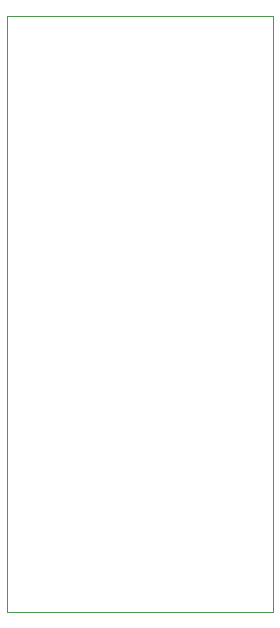
<source format=gbr>
%TF.GenerationSoftware,KiCad,Pcbnew,(6.0.0)*%
%TF.CreationDate,2022-08-07T09:38:38+08:00*%
%TF.ProjectId,ESP_Remote_Bat,4553505f-5265-46d6-9f74-655f4261742e,rev?*%
%TF.SameCoordinates,Original*%
%TF.FileFunction,Legend,Bot*%
%TF.FilePolarity,Positive*%
%FSLAX46Y46*%
G04 Gerber Fmt 4.6, Leading zero omitted, Abs format (unit mm)*
G04 Created by KiCad (PCBNEW (6.0.0)) date 2022-08-07 09:38:38*
%MOMM*%
%LPD*%
G01*
G04 APERTURE LIST*
%ADD10C,0.120000*%
G04 APERTURE END LIST*
D10*
%TO.C,Conn1*%
X140200000Y-117200000D02*
X117700000Y-117200000D01*
X117700000Y-117200000D02*
X117700000Y-66700000D01*
X117700000Y-66700000D02*
X140200000Y-66700000D01*
X140200000Y-66700000D02*
X140200000Y-117200000D01*
%TD*%
M02*

</source>
